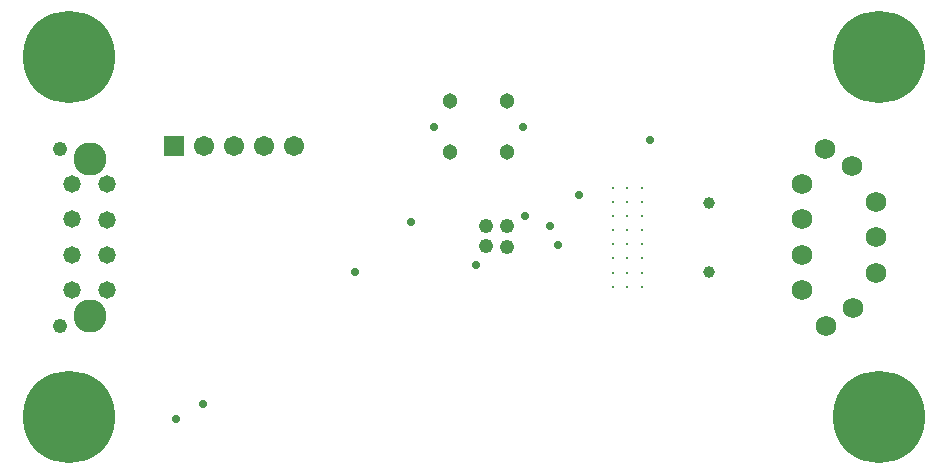
<source format=gbs>
G04*
G04 #@! TF.GenerationSoftware,Altium Limited,CircuitStudio,1.5.2 (30)*
G04*
G04 Layer_Color=8150272*
%FSLAX25Y25*%
%MOIN*%
G70*
G01*
G75*
%ADD72C,0.02847*%
%ADD73C,0.05131*%
%ADD74C,0.06800*%
%ADD75C,0.00800*%
%ADD76C,0.06706*%
%ADD77R,0.06706X0.06706*%
%ADD78C,0.05800*%
%ADD79C,0.04816*%
%ADD80C,0.11036*%
%ADD81C,0.30800*%
%ADD82C,0.02769*%
%ADD83C,0.04800*%
%ADD84C,0.03950*%
D72*
X355864Y509900D02*
D03*
X326336D02*
D03*
D73*
X350549Y501435D02*
D03*
Y518365D02*
D03*
X331651Y501435D02*
D03*
Y518365D02*
D03*
D74*
X473500Y461289D02*
D03*
Y473100D02*
D03*
Y484911D02*
D03*
X465783Y449478D02*
D03*
X465469Y496722D02*
D03*
X449000Y490817D02*
D03*
Y479006D02*
D03*
Y467195D02*
D03*
X456716Y502628D02*
D03*
X457031Y443573D02*
D03*
X449000Y455383D02*
D03*
D75*
X385976Y456565D02*
D03*
X390700D02*
D03*
X395424D02*
D03*
X385976Y461289D02*
D03*
X390700D02*
D03*
X395424D02*
D03*
X385976Y466013D02*
D03*
X390700D02*
D03*
X395424D02*
D03*
X385976Y489636D02*
D03*
X390700D02*
D03*
X395424D02*
D03*
X385976Y484911D02*
D03*
X390700D02*
D03*
X395424D02*
D03*
X385976Y480187D02*
D03*
X390700D02*
D03*
X395424D02*
D03*
X385976Y475462D02*
D03*
X390700D02*
D03*
X395424D02*
D03*
X385976Y470738D02*
D03*
X390700D02*
D03*
X395424D02*
D03*
D76*
X279538Y503500D02*
D03*
X269538D02*
D03*
X259538D02*
D03*
X249538D02*
D03*
D77*
X239538D02*
D03*
D78*
X205600Y467190D02*
D03*
Y490830D02*
D03*
Y479010D02*
D03*
Y455370D02*
D03*
X217400Y490830D02*
D03*
Y478992D02*
D03*
Y467181D02*
D03*
Y455370D02*
D03*
D79*
X201731Y443573D02*
D03*
X201732Y502628D02*
D03*
D80*
X211500Y499281D02*
D03*
Y446919D02*
D03*
D81*
X474500Y533000D02*
D03*
Y413000D02*
D03*
X204500D02*
D03*
Y533000D02*
D03*
D82*
X240400Y412500D02*
D03*
X249200Y417500D02*
D03*
X365000Y476846D02*
D03*
X356500Y480236D02*
D03*
X367500Y470500D02*
D03*
X374500Y487175D02*
D03*
X318500Y478032D02*
D03*
X300047Y461456D02*
D03*
X340110Y463907D02*
D03*
X398100Y505346D02*
D03*
D83*
X350500Y476846D02*
D03*
X343500D02*
D03*
X350500Y469846D02*
D03*
X343500Y470000D02*
D03*
D84*
X418000Y484616D02*
D03*
Y461584D02*
D03*
M02*

</source>
